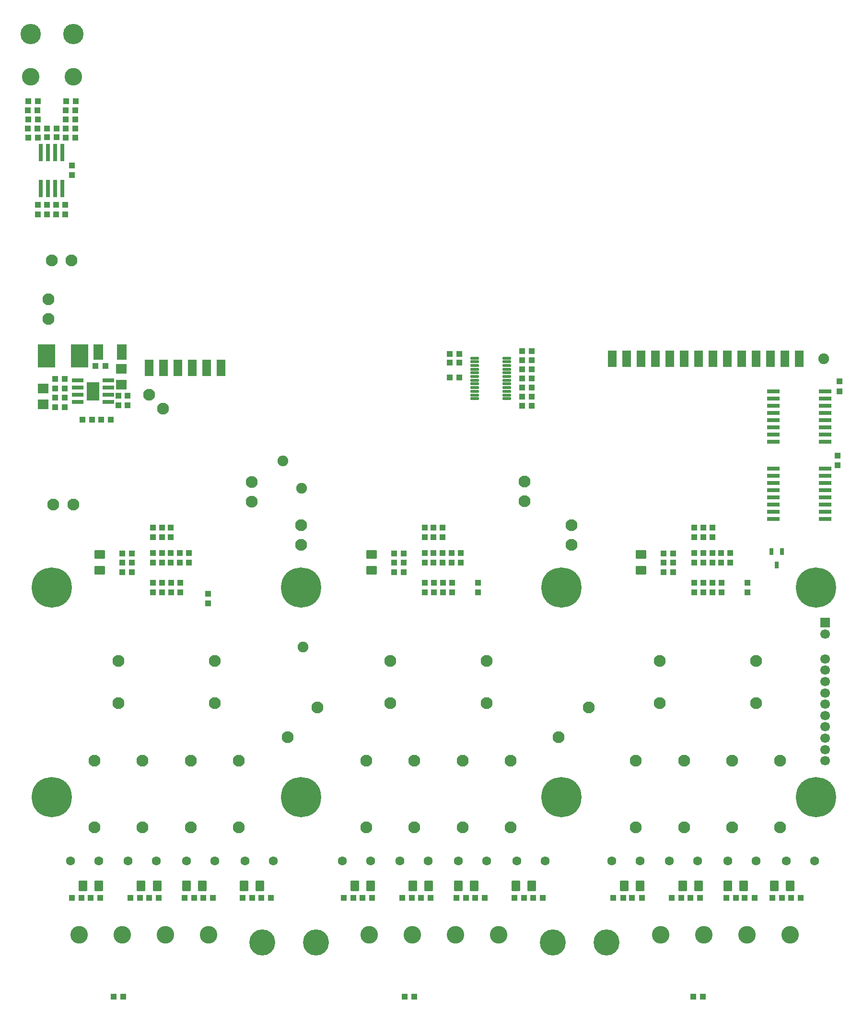
<source format=gbr>
G04 DipTrace 4.1.2.0*
G04 1_Layer_Top_Mask.gbr*
%MOIN*%
G04 #@! TF.FileFunction,Soldermask,Top*
G04 #@! TF.Part,Single*
%AMOUTLINE1*
4,1,28,
-0.012532,0.021653,
0.01253,0.021654,
0.01429,0.021422,
0.016051,0.020693,
0.017563,0.019533,
0.018723,0.018021,
0.019453,0.01626,
0.019684,0.0145,
0.019686,-0.014498,
0.019454,-0.016259,
0.018725,-0.018019,
0.017565,-0.019532,
0.016053,-0.020692,
0.014292,-0.021421,
0.012532,-0.021653,
-0.01253,-0.021654,
-0.01429,-0.021422,
-0.016051,-0.020693,
-0.017563,-0.019533,
-0.018723,-0.018021,
-0.019453,-0.01626,
-0.019684,-0.0145,
-0.019686,0.014498,
-0.019454,0.016259,
-0.018725,0.018019,
-0.017565,0.019532,
-0.016053,0.020692,
-0.014292,0.021421,
-0.012532,0.021653,
0*%
%AMOUTLINE4*
4,1,28,
0.021653,0.012531,
0.021654,-0.01253,
0.021422,-0.01429,
0.020693,-0.016051,
0.019533,-0.017563,
0.018021,-0.018723,
0.01626,-0.019453,
0.0145,-0.019684,
-0.014498,-0.019686,
-0.016259,-0.019454,
-0.01802,-0.018725,
-0.019532,-0.017565,
-0.020692,-0.016053,
-0.021421,-0.014292,
-0.021653,-0.012531,
-0.021654,0.01253,
-0.021422,0.01429,
-0.020693,0.016051,
-0.019533,0.017563,
-0.018021,0.018723,
-0.01626,0.019453,
-0.0145,0.019684,
0.014498,0.019686,
0.016259,0.019454,
0.01802,0.018725,
0.019532,0.017565,
0.020692,0.016053,
0.021421,0.014292,
0.021653,0.012531,
0*%
%AMOUTLINE7*
4,1,28,
-0.021653,-0.012532,
-0.021654,0.012529,
-0.021423,0.01429,
-0.020693,0.016051,
-0.019533,0.017563,
-0.018021,0.018723,
-0.016261,0.019452,
-0.0145,0.019684,
0.014498,0.019686,
0.016258,0.019454,
0.018019,0.018725,
0.019531,0.017565,
0.020691,0.016053,
0.021421,0.014292,
0.021653,0.012532,
0.021654,-0.012529,
0.021423,-0.01429,
0.020693,-0.016051,
0.019533,-0.017563,
0.018021,-0.018723,
0.016261,-0.019452,
0.0145,-0.019684,
-0.014498,-0.019686,
-0.016258,-0.019454,
-0.018019,-0.018725,
-0.019531,-0.017565,
-0.020691,-0.016053,
-0.021421,-0.014292,
-0.021653,-0.012532,
0*%
%AMOUTLINE10*
4,1,28,
0.037402,0.020798,
0.037402,-0.020798,
0.037049,-0.023476,
0.035966,-0.026091,
0.034242,-0.028337,
0.031997,-0.03006,
0.029381,-0.031144,
0.026704,-0.031496,
-0.026704,-0.031496,
-0.029381,-0.031144,
-0.031997,-0.03006,
-0.034242,-0.028337,
-0.035966,-0.026091,
-0.037049,-0.023476,
-0.037402,-0.020798,
-0.037402,0.020798,
-0.037049,0.023476,
-0.035966,0.026091,
-0.034242,0.028337,
-0.031997,0.03006,
-0.029381,0.031144,
-0.026704,0.031496,
0.026704,0.031496,
0.029381,0.031144,
0.031997,0.03006,
0.034242,0.028337,
0.035966,0.026091,
0.037049,0.023476,
0.037402,0.020798,
0*%
%AMOUTLINE13*
4,1,28,
-0.020798,0.037402,
0.020798,0.037402,
0.023476,0.037049,
0.026091,0.035966,
0.028337,0.034242,
0.03006,0.031997,
0.031144,0.029381,
0.031496,0.026704,
0.031496,-0.026704,
0.031144,-0.029381,
0.03006,-0.031997,
0.028337,-0.034242,
0.026091,-0.035966,
0.023476,-0.037049,
0.020798,-0.037402,
-0.020798,-0.037402,
-0.023476,-0.037049,
-0.026091,-0.035966,
-0.028337,-0.034242,
-0.03006,-0.031997,
-0.031144,-0.029381,
-0.031496,-0.026704,
-0.031496,0.026704,
-0.031144,0.029381,
-0.03006,0.031997,
-0.028337,0.034242,
-0.026091,0.035966,
-0.023476,0.037049,
-0.020798,0.037402,
0*%
%AMOUTLINE16*
4,1,28,
0.028937,0.003869,
0.028937,-0.003869,
0.028752,-0.005273,
0.028161,-0.006701,
0.027219,-0.007928,
0.025993,-0.008869,
0.024564,-0.009461,
0.023161,-0.009646,
-0.023161,-0.009646,
-0.024564,-0.009461,
-0.025993,-0.008869,
-0.027219,-0.007928,
-0.028161,-0.006701,
-0.028752,-0.005273,
-0.028937,-0.003869,
-0.028937,0.003869,
-0.028752,0.005273,
-0.028161,0.006701,
-0.027219,0.007928,
-0.025993,0.008869,
-0.024564,0.009461,
-0.023161,0.009646,
0.023161,0.009646,
0.024564,0.009461,
0.025993,0.008869,
0.027219,0.007928,
0.028161,0.006701,
0.028752,0.005273,
0.028937,0.003869,
0*%
%AMOUTLINE19*
4,1,28,
-0.028937,-0.003869,
-0.028937,0.003869,
-0.028752,0.005273,
-0.028161,0.006701,
-0.027219,0.007928,
-0.025993,0.008869,
-0.024564,0.009461,
-0.023161,0.009646,
0.023161,0.009646,
0.024564,0.009461,
0.025993,0.008869,
0.027219,0.007928,
0.028161,0.006701,
0.028752,0.005273,
0.028937,0.003869,
0.028937,-0.003869,
0.028752,-0.005273,
0.028161,-0.006701,
0.027219,-0.007928,
0.025993,-0.008869,
0.024564,-0.009461,
0.023161,-0.009646,
-0.023161,-0.009646,
-0.024564,-0.009461,
-0.025993,-0.008869,
-0.027219,-0.007928,
-0.028161,-0.006701,
-0.028752,-0.005273,
-0.028937,-0.003869,
0*%
%AMOUTLINE22*
4,1,28,
0.044488,0.006429,
0.044488,-0.006427,
0.04421,-0.008544,
0.043343,-0.010637,
0.041964,-0.012435,
0.040166,-0.013814,
0.038073,-0.014681,
0.035956,-0.01496,
-0.035955,-0.014962,
-0.038073,-0.014683,
-0.040166,-0.013816,
-0.041963,-0.012437,
-0.043342,-0.01064,
-0.044209,-0.008546,
-0.044488,-0.006429,
-0.044488,0.006427,
-0.04421,0.008544,
-0.043343,0.010637,
-0.041964,0.012435,
-0.040166,0.013814,
-0.038073,0.014681,
-0.035956,0.01496,
0.035955,0.014962,
0.038073,0.014683,
0.040166,0.013816,
0.041963,0.012437,
0.043342,0.01064,
0.044209,0.008546,
0.044488,0.006429,
0*%
%AMOUTLINE25*
4,1,28,
-0.044488,-0.006429,
-0.044488,0.006427,
-0.04421,0.008544,
-0.043343,0.010637,
-0.041964,0.012435,
-0.040166,0.013814,
-0.038073,0.014681,
-0.035956,0.01496,
0.035955,0.014962,
0.038073,0.014683,
0.040166,0.013816,
0.041963,0.012437,
0.043342,0.01064,
0.044209,0.008546,
0.044488,0.006429,
0.044488,-0.006427,
0.04421,-0.008544,
0.043343,-0.010637,
0.041964,-0.012435,
0.040166,-0.013814,
0.038073,-0.014681,
0.035956,-0.01496,
-0.035955,-0.014962,
-0.038073,-0.014683,
-0.040166,-0.013816,
-0.041963,-0.012437,
-0.043342,-0.01064,
-0.044209,-0.008546,
-0.044488,-0.006429,
0*%
%ADD49C,0.062992*%
%ADD58C,0.066929*%
%ADD59R,0.086614X0.129921*%
%ADD61R,0.082677X0.027559*%
%ADD63R,0.027559X0.122047*%
%ADD65R,0.029528X0.045276*%
%ADD67C,0.279528*%
%ADD69C,0.074803*%
%ADD70R,0.062992X0.11811*%
%ADD72C,0.082677*%
%ADD73R,0.122047X0.161417*%
%ADD75R,0.066929X0.110236*%
%ADD77C,0.181102*%
%ADD79C,0.066929*%
%ADD81R,0.066929X0.066929*%
%ADD83C,0.122047*%
%ADD85C,0.141732*%
%ADD87R,0.074803X0.066929*%
%ADD89C,0.082677*%
%ADD91R,0.043937X0.038937*%
%ADD93R,0.038937X0.043937*%
%ADD103OUTLINE1*%
%ADD106OUTLINE4*%
%ADD109OUTLINE7*%
%ADD112OUTLINE10*%
%ADD115OUTLINE13*%
%ADD118OUTLINE16*%
%ADD121OUTLINE19*%
%ADD124OUTLINE22*%
%ADD127OUTLINE25*%
%FSLAX26Y26*%
G04*
G70*
G90*
G75*
G01*
G04 TopMask*
%LPD*%
D93*
X228346Y5559056D3*
X295276Y5559057D3*
X492126Y5559056D3*
X559055Y5559057D3*
X228346Y5433071D3*
X295276Y5433073D3*
X362205Y5433071D3*
X429134Y5433073D3*
X492126Y5433071D3*
X559055Y5433073D3*
X362205Y5374015D3*
X429134Y5374016D3*
D91*
X535433Y5110236D3*
X535431Y5177165D3*
D89*
X531496Y4515749D3*
X393701Y4515747D3*
X370079Y4110236D3*
Y4248031D3*
D103*
X3663386Y3885825D3*
X3730315Y3885828D3*
D93*
X699134Y3783268D3*
X766063D3*
D87*
X877953Y3763583D3*
Y3653346D3*
D106*
X5870077Y3675197D3*
X5870080Y3608268D3*
D89*
X1070868Y3582679D3*
X1168304Y3485243D3*
D87*
X334646Y3625984D3*
Y3515748D3*
D91*
X921260Y3509961D3*
Y3576890D3*
X484252Y3498150D3*
Y3565079D3*
D109*
X5856301Y3094488D3*
X5856297Y3161417D3*
D89*
X3681102Y2980315D3*
X3681105Y2842520D3*
X1783464Y2976378D3*
X1783467Y2838583D3*
X543307Y2818898D3*
X405512Y2818895D3*
X2125984Y2539370D3*
Y2677165D3*
X4007874Y2539370D3*
Y2677165D3*
D106*
X1096454Y2661417D3*
X1096457Y2594488D3*
X2986218Y2661417D3*
X2986221Y2594488D3*
X4860234Y2661417D3*
X4860236Y2594488D3*
D112*
X728346Y2472441D3*
Y2362205D3*
X2618110Y2472441D3*
Y2362205D3*
X4492126Y2472441D3*
Y2362205D3*
D103*
X883858Y2480315D3*
X950787D3*
D106*
X1222440Y2482283D3*
X1222442Y2415354D3*
X1285432Y2482283D3*
X1285434Y2415354D3*
X1348424Y2482283D3*
X1348426Y2415354D3*
D103*
X2773622Y2480315D3*
X2840551D3*
D106*
X3112204Y2482283D3*
X3112206Y2415354D3*
X3175196Y2482283D3*
X3175198Y2415354D3*
X3238188Y2482283D3*
X3238190Y2415354D3*
D103*
X4647638Y2480315D3*
X4714567D3*
D106*
X4986220Y2482283D3*
X4986221Y2415354D3*
X5049212Y2482283D3*
X5049213Y2415354D3*
X5112204Y2482283D3*
X5112206Y2415354D3*
D103*
X883858Y2417323D3*
X950787Y2417326D3*
X2773622Y2417323D3*
X2840551Y2417326D3*
X4647638Y2417323D3*
X4714567Y2417326D3*
X883858Y2350394D3*
X950787Y2350396D3*
X2773622Y2350394D3*
X2840551Y2350396D3*
X4647638Y2350394D3*
X4714567Y2350396D3*
D106*
X1098425Y2275591D3*
Y2208661D3*
X1161417Y2275591D3*
Y2208661D3*
X1224409Y2275591D3*
Y2208661D3*
X1287402Y2275591D3*
Y2208661D3*
X2988189Y2275591D3*
Y2208661D3*
X3051181Y2275591D3*
Y2208661D3*
X3114173Y2275591D3*
Y2208661D3*
X3177165Y2275591D3*
Y2208661D3*
X3358266Y2275591D3*
X3358269Y2208661D3*
X4862205Y2275591D3*
Y2208661D3*
X4925197Y2275591D3*
Y2208661D3*
X4988189Y2275591D3*
Y2208661D3*
X5051181Y2275591D3*
Y2208661D3*
X5232282Y2275591D3*
X5232285Y2208661D3*
D109*
X1480317Y2133858D3*
X1480313Y2200787D3*
D89*
X858270Y1438976D3*
X858265Y1734252D3*
X1527564Y1438976D3*
X1527554Y1734252D3*
X2748034Y1438976D3*
X2748029Y1734252D3*
X3417328Y1438976D3*
X3417318Y1734252D3*
X4622050Y1438976D3*
X4622045Y1734252D3*
X5291343Y1438976D3*
X5291334Y1734252D3*
X2033400Y1202691D3*
X2242191Y1411482D3*
X3919226Y1202691D3*
X4128018Y1411482D3*
D49*
X720475Y342522D3*
X523625Y342518D3*
X925199Y342520D3*
X1122050D3*
X1330711D3*
X1527562D3*
X1933073Y342522D3*
X1736223Y342518D3*
X2610239Y342522D3*
X2413388Y342518D3*
X2814963Y342520D3*
X3011814D3*
X3220475D3*
X3417325D3*
X3822837Y342522D3*
X3625987Y342518D3*
X4484255Y342522D3*
X4287404Y342518D3*
X4688979Y342520D3*
X4885829D3*
X5094491D3*
X5291341D3*
X5696853Y342522D3*
X5500003Y342518D3*
D115*
X610239Y169291D3*
X720475D3*
X1015751D3*
X1125987D3*
X1330711D3*
X1440948D3*
X1732286D3*
X1842522D3*
X2500003D3*
X2610239D3*
X2905514D3*
X3015751D3*
X3220475D3*
X3330711D3*
X3622050D3*
X3732286D3*
X4374018D3*
X4484255D3*
X4779530D3*
X4889766D3*
X5094491D3*
X5204727D3*
X5417323D3*
X5527559D3*
D103*
X665357Y86614D3*
X732286D3*
X1070869D3*
X1137798D3*
X1318900D3*
X1385829D3*
X1720475D3*
X1787404D3*
X2555121D3*
X2622050D3*
X2960633D3*
X3027562D3*
X3208664D3*
X3275593D3*
X3610239D3*
X3677168D3*
X4429136D3*
X4496066D3*
X4834648D3*
X4901577D3*
X5082680D3*
X5149609D3*
X5405512D3*
X5472441D3*
D93*
X822835Y-598424D3*
X889764D3*
X2846457Y-598425D3*
X2913386D3*
X4854331D3*
X4921260D3*
D85*
X248031Y6088583D3*
D83*
Y5793307D3*
D85*
X543307Y6088583D3*
D83*
Y5793307D3*
D81*
X5771654Y2000000D3*
D79*
Y1921260D3*
D83*
X582677Y-169291D3*
X882677D3*
X1182677D3*
X1482677D3*
D77*
X1856299Y-224409D3*
X2230315D3*
D83*
X2602362Y-169291D3*
X2902362D3*
X3202362D3*
X3502362D3*
D77*
X3875984Y-224409D3*
X4250000D3*
D83*
X4625984Y-169291D3*
X4925984D3*
X5225984D3*
X5525984D3*
D75*
X716535Y3881693D3*
X879921D3*
D73*
X358268Y3854134D3*
X586614D3*
D72*
X690945Y1041339D3*
Y576772D3*
X1025591Y1041339D3*
Y576772D3*
X1360236Y1041339D3*
Y576772D3*
X1694882Y1041339D3*
Y576772D3*
X2580709Y1041339D3*
Y576772D3*
X2915354Y1041339D3*
Y576772D3*
X3250000Y1041339D3*
Y576772D3*
X3584646Y1041339D3*
Y576772D3*
X4454724Y1041339D3*
Y576772D3*
X4789370Y1041339D3*
Y576772D3*
X5124016Y1041339D3*
Y576772D3*
X5458661Y1041339D3*
Y576772D3*
D70*
X4291339Y3834646D3*
X4391339D3*
X4491339D3*
X4591339D3*
X4691339D3*
X4791339D3*
X4891339D3*
X4991339D3*
X5091339D3*
X5191339D3*
X5291339D3*
X5391339D3*
X5491339D3*
X5590551D3*
X1072441Y3771654D3*
X1172441D3*
X1272441D3*
X1372441D3*
X1472441D3*
X1572441D3*
D69*
X2000000Y3122047D3*
X2129921Y2933071D3*
D67*
X393701Y2244094D3*
X2125984D3*
X3937008D3*
X5708661D3*
D69*
X2141732Y1830709D3*
D67*
X393701Y787402D3*
X2125984D3*
X3937008D3*
X5708661D3*
D69*
X5759843Y3834646D3*
D65*
X5472441Y2492126D3*
X5397638D3*
X5435039Y2401575D3*
D103*
X230315Y5622045D3*
X297244Y5622049D3*
X494094Y5622045D3*
X561024Y5622049D3*
X230315Y5496061D3*
X297244Y5496065D3*
X490157Y5496061D3*
X557087Y5496065D3*
X230315Y5370077D3*
X297244Y5370081D3*
X490157Y5370077D3*
X557087Y5370081D3*
D109*
X299214Y4836614D3*
X299211Y4903543D3*
X362206Y4836614D3*
X362203Y4903543D3*
X425198Y4836614D3*
X425195Y4903543D3*
X488191Y4836614D3*
X488187Y4903543D3*
D93*
X3161417Y3866142D3*
X3228346Y3866144D3*
D103*
X3663386Y3822833D3*
X3730315Y3822836D3*
D93*
X3161417Y3807087D3*
X3228346Y3807089D3*
D103*
X3663386Y3759841D3*
X3730315Y3759844D3*
D93*
X3161417Y3704725D3*
X3228346Y3704727D3*
D103*
X3663386Y3696849D3*
X3730315Y3696852D3*
D91*
X417323Y3628071D3*
Y3695000D3*
X484252Y3628071D3*
Y3695000D3*
D103*
X3663386Y3633857D3*
X3730315Y3633860D3*
D91*
X858268Y3576260D3*
Y3509331D3*
D103*
X3663386Y3570865D3*
X3730315Y3570868D3*
D91*
X417323Y3498150D3*
Y3565079D3*
D103*
X3663386Y3507873D3*
X3730315Y3507875D3*
D93*
X606299Y3409449D3*
X673228Y3409451D3*
X736220Y3409449D3*
X803150Y3409451D3*
D106*
X1159448Y2661417D3*
X1159450Y2594488D3*
X1222440Y2661417D3*
X1222442Y2594488D3*
X3049212Y2661417D3*
X3049213Y2594488D3*
X3112203Y2661417D3*
X3112206Y2594488D3*
X4923227Y2661417D3*
X4923229Y2594488D3*
X4986219Y2661417D3*
X4986222Y2594488D3*
X1096456Y2482283D3*
X1096458Y2415354D3*
X1159448Y2482283D3*
X1159450Y2415354D3*
X2986220Y2482283D3*
X2986221Y2415354D3*
X3049212Y2482283D3*
X3049213Y2415354D3*
X4860235Y2482283D3*
X4860237Y2415354D3*
X4923227Y2482283D3*
X4923229Y2415354D3*
D103*
X535436Y86614D3*
X602365D3*
X940948D3*
X1007877D3*
X1448822D3*
X1515751D3*
X1850396D3*
X1917325D3*
X2425199D3*
X2492129D3*
X2830711D3*
X2897640D3*
X3338585D3*
X3405514D3*
X3740160D3*
X3807089D3*
X4299215D3*
X4366144D3*
X4704727D3*
X4771656D3*
X5212601D3*
X5279530D3*
X5535433D3*
X5602362D3*
D63*
X318898Y5015748D3*
X368898D3*
X418898D3*
X468898D3*
Y5267717D3*
X418898D3*
X368898D3*
X318898D3*
D61*
X574803Y3685039D3*
Y3635039D3*
Y3585039D3*
Y3535039D3*
X787402D3*
Y3585039D3*
Y3635039D3*
Y3685039D3*
D59*
X681102Y3606102D3*
D118*
X3333661Y3837598D3*
Y3812008D3*
Y3786417D3*
Y3760827D3*
Y3735236D3*
Y3709646D3*
Y3684055D3*
Y3658465D3*
Y3632874D3*
Y3607283D3*
Y3581693D3*
Y3556102D3*
D121*
X3556102D3*
Y3581693D3*
Y3607283D3*
Y3632874D3*
Y3658465D3*
Y3684055D3*
Y3709646D3*
Y3735236D3*
Y3760827D3*
Y3786417D3*
Y3812008D3*
Y3837598D3*
D124*
X5409641Y3608066D3*
X5409642Y3558066D3*
X5409644Y3508066D3*
X5409645Y3458066D3*
X5409646Y3408066D3*
X5409648Y3358066D3*
X5409649Y3308066D3*
X5409650Y3258066D3*
D127*
X5771461Y3258076D3*
X5771460Y3308076D3*
X5771459Y3358076D3*
X5771457Y3408076D3*
X5771456Y3458076D3*
X5771455Y3508076D3*
X5771453Y3558076D3*
X5771452Y3608076D3*
D124*
X5409646Y3068701D3*
Y3018701D3*
Y2968701D3*
Y2918701D3*
Y2868701D3*
Y2818701D3*
Y2768701D3*
Y2718701D3*
D127*
X5771457D3*
Y2768701D3*
Y2818701D3*
Y2868701D3*
Y2918701D3*
Y2968701D3*
Y3018701D3*
Y3068701D3*
D79*
X5771654Y1196358D3*
D58*
Y1747539D3*
D79*
Y1668799D3*
Y1590059D3*
Y1511319D3*
Y1432579D3*
Y1353839D3*
Y1275098D3*
Y1117618D3*
Y1038878D3*
M02*

</source>
